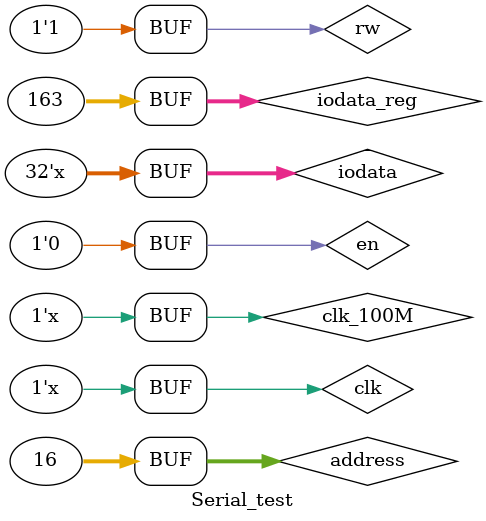
<source format=v>
`timescale 1ns / 1ps


module Serial_test();
    reg clk, clk_100M, en, rw;
    reg [31:0] address;
    reg [31:0] iodata_reg;
    wire [31:0] iodata = en && rw ? iodata_reg : 32'bz;
    wire uart_txd;
    Serial serial(clk, clk_100M, en, rw, address, iodata, uart_txd, 1);
    
    always #5 begin clk = ~clk; clk_100M = ~clk_100M; end
    initial begin
        clk = 0;
        clk_100M = 0;
        address = 16;
        en = 1; rw = 1;
        iodata_reg = 32'ha3;
        #6; en = 0;
    end
endmodule

</source>
